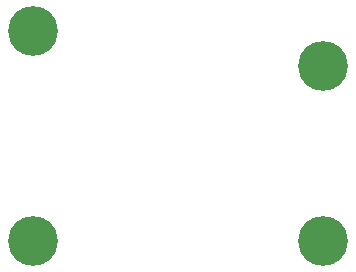
<source format=gbs>
%TF.GenerationSoftware,KiCad,Pcbnew,6.0.4-6f826c9f35~116~ubuntu18.04.1*%
%TF.CreationDate,2023-11-26T11:14:00-05:00*%
%TF.ProjectId,SH101_MOD_GRIP_BOARD,53483130-315f-44d4-9f44-5f475249505f,rev?*%
%TF.SameCoordinates,Original*%
%TF.FileFunction,Soldermask,Bot*%
%TF.FilePolarity,Negative*%
%FSLAX46Y46*%
G04 Gerber Fmt 4.6, Leading zero omitted, Abs format (unit mm)*
G04 Created by KiCad (PCBNEW 6.0.4-6f826c9f35~116~ubuntu18.04.1) date 2023-11-26 11:14:00*
%MOMM*%
%LPD*%
G01*
G04 APERTURE LIST*
%ADD10C,4.220000*%
G04 APERTURE END LIST*
D10*
%TO.C,SP2*%
X8250000Y-30000000D03*
%TD*%
%TO.C,SP1*%
X8250000Y-12250000D03*
%TD*%
%TO.C,SP4*%
X32750000Y-30000000D03*
%TD*%
%TO.C,SP3*%
X32750000Y-15250000D03*
%TD*%
M02*

</source>
